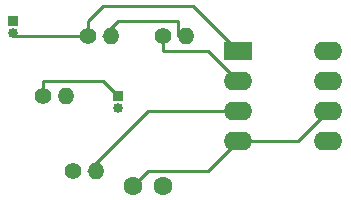
<source format=gbr>
G04 #@! TF.FileFunction,Copper,L2,Bot,Signal*
%FSLAX46Y46*%
G04 Gerber Fmt 4.6, Leading zero omitted, Abs format (unit mm)*
G04 Created by KiCad (PCBNEW 4.0.7) date 10/01/18 16:12:57*
%MOMM*%
%LPD*%
G01*
G04 APERTURE LIST*
%ADD10C,0.100000*%
%ADD11C,1.600000*%
%ADD12C,1.400000*%
%ADD13O,1.400000X1.400000*%
%ADD14R,0.850000X0.850000*%
%ADD15O,0.850000X0.850000*%
%ADD16R,2.400000X1.600000*%
%ADD17O,2.400000X1.600000*%
%ADD18C,0.250000*%
G04 APERTURE END LIST*
D10*
D11*
X157480000Y-134620000D03*
X160020000Y-134620000D03*
D12*
X160020000Y-121920000D03*
D13*
X161920000Y-121920000D03*
D12*
X153670000Y-121920000D03*
D13*
X155570000Y-121920000D03*
D12*
X149860000Y-127000000D03*
D13*
X151760000Y-127000000D03*
D12*
X152400000Y-133350000D03*
D13*
X154300000Y-133350000D03*
D14*
X147320000Y-120650000D03*
D15*
X147320000Y-121650000D03*
D14*
X156210000Y-127000000D03*
D15*
X156210000Y-128000000D03*
D16*
X166370000Y-123190000D03*
D17*
X173990000Y-130810000D03*
X166370000Y-125730000D03*
X173990000Y-128270000D03*
X166370000Y-128270000D03*
X173990000Y-125730000D03*
X166370000Y-130810000D03*
X173990000Y-123190000D03*
D18*
X153670000Y-121920000D02*
X153670000Y-120650000D01*
X153670000Y-120650000D02*
X154940000Y-119380000D01*
X154940000Y-119380000D02*
X162560000Y-119380000D01*
X162560000Y-119380000D02*
X166370000Y-123190000D01*
X147320000Y-121650000D02*
X147320000Y-121920000D01*
X147320000Y-121920000D02*
X153670000Y-121920000D01*
X166370000Y-130810000D02*
X163830000Y-133350000D01*
X163830000Y-133350000D02*
X158750000Y-133350000D01*
X158750000Y-133350000D02*
X157480000Y-134620000D01*
X173990000Y-128270000D02*
X171450000Y-130810000D01*
X171450000Y-130810000D02*
X166370000Y-130810000D01*
X156210000Y-127000000D02*
X154940000Y-125730000D01*
X154940000Y-125730000D02*
X149860000Y-125730000D01*
X149860000Y-125730000D02*
X149860000Y-127000000D01*
X155570000Y-121920000D02*
X154940000Y-121920000D01*
X154940000Y-121920000D02*
X156210000Y-120650000D01*
X156210000Y-120650000D02*
X161290000Y-120650000D01*
X161290000Y-120650000D02*
X161290000Y-121920000D01*
X161290000Y-121920000D02*
X161920000Y-121920000D01*
X166370000Y-125730000D02*
X163830000Y-123190000D01*
X163830000Y-123190000D02*
X160020000Y-123190000D01*
X160020000Y-123190000D02*
X160020000Y-121920000D01*
X154300000Y-133350000D02*
X153670000Y-133350000D01*
X153670000Y-133350000D02*
X158750000Y-128270000D01*
X158750000Y-128270000D02*
X166370000Y-128270000D01*
M02*

</source>
